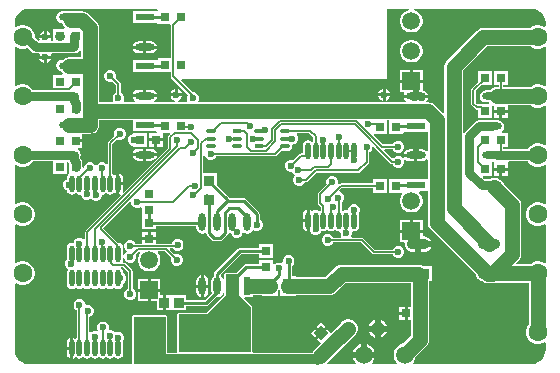
<source format=gbl>
G04*
G04 #@! TF.GenerationSoftware,Altium Limited,Altium Designer,21.5.1 (32)*
G04*
G04 Layer_Physical_Order=2*
G04 Layer_Color=16711680*
%FSLAX44Y44*%
%MOMM*%
G71*
G04*
G04 #@! TF.SameCoordinates,DE706C4F-A6C2-482A-8352-4916370A565D*
G04*
G04*
G04 #@! TF.FilePolarity,Positive*
G04*
G01*
G75*
%ADD18R,0.9000X0.9500*%
%ADD30C,1.6000*%
%ADD34C,1.2700*%
%ADD35C,0.5080*%
%ADD36C,0.1270*%
%ADD38C,0.2540*%
%ADD39C,1.2000*%
%ADD40C,1.5000*%
%ADD41R,1.5000X1.5000*%
%ADD42C,0.6000*%
%ADD43O,0.4500X1.4000*%
%ADD44R,0.7500X0.8000*%
%ADD45R,0.7200X0.7200*%
%ADD46P,1.2021X4X270.0*%
%ADD47O,0.8000X0.4000*%
%ADD48R,0.8000X0.4000*%
%ADD49R,0.8000X0.7500*%
%ADD50R,0.9500X1.2500*%
%ADD51R,0.8500X0.8500*%
%ADD52O,0.6000X1.5000*%
%ADD53R,0.6000X1.5000*%
%ADD54R,1.9000X0.9000*%
%ADD55O,1.9000X0.9000*%
%ADD56O,1.6500X0.6000*%
%ADD57R,1.6500X0.6000*%
%ADD58C,0.8128*%
%ADD59C,0.7620*%
G36*
X442790Y302495D02*
X445155Y301515D01*
X447283Y300093D01*
X449093Y298283D01*
X450515Y296155D01*
X451495Y293790D01*
X451990Y291303D01*
X451962Y290046D01*
X451965Y290023D01*
X451961Y290000D01*
X451961Y287859D01*
X450691Y287261D01*
X448860Y288319D01*
X446316Y289000D01*
X443684D01*
X441140Y288319D01*
X438860Y287002D01*
X438544Y286686D01*
X399000D01*
X397011Y286424D01*
X395157Y285656D01*
X393565Y284435D01*
X368265Y259135D01*
X367044Y257543D01*
X366276Y255689D01*
X366014Y253700D01*
Y214942D01*
X364744Y214415D01*
X357725Y221435D01*
X356133Y222656D01*
X354280Y223424D01*
X352290Y223686D01*
X350781D01*
X350396Y224956D01*
X350605Y225095D01*
X351710Y226749D01*
X351845Y227430D01*
X341750D01*
X331655D01*
X331790Y226749D01*
X332895Y225095D01*
X333104Y224956D01*
X332719Y223686D01*
X236896D01*
X235985Y223806D01*
X158463D01*
X157615Y225076D01*
X158000Y226005D01*
Y227995D01*
X157239Y229832D01*
X155832Y231239D01*
X153995Y232000D01*
X152747D01*
X142920Y241827D01*
X143406Y243000D01*
X317000D01*
Y302985D01*
X335896Y302986D01*
X336063Y301716D01*
X334333Y301253D01*
X332167Y300002D01*
X330398Y298233D01*
X329147Y296067D01*
X328500Y293651D01*
Y291149D01*
X329147Y288733D01*
X330398Y286567D01*
X332167Y284798D01*
X334333Y283547D01*
X336749Y282900D01*
X339251D01*
X341667Y283547D01*
X343833Y284798D01*
X345602Y286567D01*
X346853Y288733D01*
X347500Y291149D01*
Y293651D01*
X346853Y296067D01*
X345602Y298233D01*
X343833Y300002D01*
X341667Y301253D01*
X339936Y301716D01*
X340103Y302987D01*
X439000Y302994D01*
X440280D01*
X442790Y302495D01*
D02*
G37*
G36*
X438860Y270998D02*
X441140Y269681D01*
X443684Y269000D01*
X446316D01*
X448860Y269681D01*
X450693Y270740D01*
X451963Y270144D01*
X451967Y237851D01*
X450697Y237258D01*
X448860Y238319D01*
X446316Y239000D01*
X443684D01*
X441140Y238319D01*
X438860Y237002D01*
X438394Y236536D01*
X415692D01*
Y238000D01*
X419500D01*
Y250000D01*
X408000D01*
Y238000D01*
X411808D01*
Y236536D01*
X410370D01*
X408381Y236274D01*
X406527Y235506D01*
X404935Y234285D01*
X404562Y233798D01*
X401000D01*
X399049Y233410D01*
X397395Y232305D01*
X396290Y230651D01*
X395902Y228700D01*
X396290Y226749D01*
X397395Y225095D01*
X399049Y223990D01*
X401000Y223602D01*
X403896D01*
X404136Y223270D01*
X403487Y222000D01*
X394500D01*
Y222000D01*
X393381Y222365D01*
X392442Y223305D01*
Y233195D01*
X397247Y238000D01*
X406000D01*
Y250000D01*
X394500D01*
Y240747D01*
X389127Y235373D01*
X388705Y234743D01*
X388558Y234000D01*
Y222500D01*
X388705Y221757D01*
X389127Y221127D01*
X392262Y217992D01*
X392892Y217571D01*
X393635Y217423D01*
X394500D01*
Y210000D01*
X406000D01*
Y220581D01*
X407168Y221309D01*
X408000Y220877D01*
Y217270D01*
X413750D01*
X419500D01*
Y221164D01*
X438694D01*
X438860Y220998D01*
X441140Y219681D01*
X443684Y219000D01*
X446316D01*
X448860Y219681D01*
X450699Y220744D01*
X451969Y220151D01*
X451973Y187843D01*
X450703Y187254D01*
X448860Y188319D01*
X446316Y189000D01*
X443684D01*
X441140Y188319D01*
X438860Y187002D01*
X436998Y185140D01*
X436357Y184030D01*
X415692D01*
Y186000D01*
X419500D01*
Y198000D01*
X414854D01*
X414468Y199270D01*
X415105Y199695D01*
X416210Y201349D01*
X416598Y203300D01*
X416210Y205251D01*
X415105Y206905D01*
X413451Y208010D01*
X411500Y208398D01*
X406660D01*
X406250Y208479D01*
X395440D01*
X395439Y208479D01*
X393457Y208085D01*
X391777Y206963D01*
X383338Y198523D01*
X382656Y197503D01*
X381386Y197888D01*
Y250516D01*
X402184Y271314D01*
X438544D01*
X438860Y270998D01*
D02*
G37*
G36*
X5140Y269681D02*
X7683Y269000D01*
X10316D01*
X12860Y269681D01*
X13114Y269828D01*
X16305Y266638D01*
X16305Y266637D01*
X17986Y265515D01*
X19968Y265121D01*
X22506D01*
X23354Y263850D01*
X23114Y263270D01*
X32886D01*
X32645Y263850D01*
X33494Y265121D01*
X51380D01*
X51790Y265202D01*
X53000D01*
X54951Y265590D01*
X56605Y266695D01*
X57044Y267353D01*
X58314Y266968D01*
Y261686D01*
X47750D01*
X45761Y261424D01*
X43907Y260656D01*
X42789Y259798D01*
X42500D01*
X40549Y259410D01*
X38895Y258305D01*
X37790Y256651D01*
X37402Y254700D01*
X37790Y252749D01*
X38895Y251095D01*
X40549Y249990D01*
X41343Y249832D01*
X42315Y248565D01*
X42700Y248270D01*
X42269Y247000D01*
X34500D01*
Y235000D01*
X33508Y234329D01*
X17470D01*
X17002Y235140D01*
X15140Y237002D01*
X12860Y238319D01*
X10316Y239000D01*
X7683D01*
X5140Y238319D01*
X3282Y237246D01*
X2012Y237824D01*
X2008Y270181D01*
X3278Y270757D01*
X5140Y269681D01*
D02*
G37*
G36*
X14954Y302961D02*
X14977Y302966D01*
X15000Y302961D01*
X122774Y302969D01*
X123500Y301699D01*
Y301352D01*
X122500Y300700D01*
X102000D01*
Y290700D01*
X122500D01*
X123500Y290048D01*
Y290000D01*
X132966D01*
X134058Y289000D01*
Y261000D01*
X123500D01*
Y260352D01*
X122500Y259700D01*
X102000D01*
Y249700D01*
X122500D01*
X123500Y249048D01*
Y249000D01*
X134058D01*
Y246000D01*
X134206Y245257D01*
X134627Y244627D01*
X149091Y230162D01*
X148761Y229832D01*
X148000Y227995D01*
Y226005D01*
X148385Y225076D01*
X147536Y223806D01*
X140177D01*
X139995Y225000D01*
X141832Y225761D01*
X143239Y227168D01*
X143886Y228730D01*
X134114D01*
X134761Y227168D01*
X136168Y225761D01*
X138005Y225000D01*
X137823Y223806D01*
X120563D01*
X120178Y225076D01*
X121105Y225695D01*
X122210Y227349D01*
X122345Y228030D01*
X112250D01*
X102155D01*
X102290Y227349D01*
X103395Y225695D01*
X104322Y225076D01*
X103937Y223806D01*
X95463D01*
X94615Y225076D01*
X95000Y226005D01*
Y227995D01*
X94239Y229832D01*
X92832Y231239D01*
X91942Y231607D01*
Y239000D01*
X91795Y239743D01*
X91373Y240373D01*
X87631Y244116D01*
X88000Y245005D01*
Y246995D01*
X87239Y248832D01*
X85832Y250239D01*
X83995Y251000D01*
X82005D01*
X80168Y250239D01*
X78761Y248832D01*
X78000Y246995D01*
Y245005D01*
X78761Y243168D01*
X80168Y241761D01*
X82005Y241000D01*
X83995D01*
X84885Y241369D01*
X88058Y238195D01*
Y231607D01*
X87168Y231239D01*
X85761Y229832D01*
X85000Y227995D01*
Y226005D01*
X85385Y225076D01*
X84537Y223806D01*
X73686D01*
Y254000D01*
Y286276D01*
X73424Y288266D01*
X72656Y290119D01*
X71435Y291711D01*
X64711Y298435D01*
X63119Y299656D01*
X61266Y300424D01*
X59276Y300686D01*
X53564D01*
X53000Y300798D01*
X42500D01*
X40549Y300410D01*
X38895Y299305D01*
X37790Y297651D01*
X37402Y295700D01*
X37790Y293749D01*
X38895Y292095D01*
X40549Y290990D01*
X42386Y290625D01*
X42994Y289157D01*
X44215Y287565D01*
X44600Y287270D01*
X44169Y286000D01*
X34500D01*
Y275480D01*
X33210D01*
X32480Y276749D01*
X32886Y277730D01*
X23114D01*
X23313Y277250D01*
X22588Y276023D01*
X21665Y275928D01*
X19000Y278593D01*
Y280317D01*
X18319Y282860D01*
X17002Y285140D01*
X15140Y287002D01*
X12860Y288319D01*
X10316Y289000D01*
X7683D01*
X5140Y288319D01*
X3276Y287242D01*
X2006Y287817D01*
X2006Y290000D01*
Y291280D01*
X2505Y293790D01*
X3485Y296155D01*
X4907Y298283D01*
X6717Y300093D01*
X8845Y301515D01*
X11210Y302495D01*
X13697Y302990D01*
X14954Y302961D01*
D02*
G37*
G36*
X102000Y199700D02*
X121998D01*
X122968Y198624D01*
X122782Y198000D01*
X122230Y198000D01*
X116000D01*
Y193270D01*
X121750D01*
X127500D01*
X127500Y198000D01*
X128770Y198000D01*
X133457D01*
X133983Y196730D01*
X132627Y195373D01*
X132206Y194743D01*
X132058Y194000D01*
Y184805D01*
X94398Y147145D01*
X93412Y147955D01*
X93503Y148092D01*
X93833Y149750D01*
Y153230D01*
X90770D01*
Y145669D01*
X91158Y145747D01*
X91295Y145838D01*
X92105Y144852D01*
X62127Y114874D01*
X61706Y114243D01*
X61558Y113500D01*
Y108309D01*
X60288Y107783D01*
X59832Y108239D01*
X57994Y109000D01*
X56005D01*
X54168Y108239D01*
X52761Y106832D01*
X52000Y104995D01*
X51304Y104423D01*
X50500Y104583D01*
X48842Y104253D01*
X47436Y103314D01*
X46497Y101908D01*
X46167Y100250D01*
Y90750D01*
X46252Y90323D01*
X45761Y89832D01*
X45000Y87995D01*
Y86005D01*
X45761Y84168D01*
X46662Y83267D01*
X47148Y82669D01*
X46892Y81501D01*
X46497Y80908D01*
X46167Y79250D01*
Y69750D01*
X46497Y68092D01*
X47436Y66686D01*
X48842Y65747D01*
X50500Y65417D01*
X52158Y65747D01*
X53564Y66686D01*
X53936D01*
X55342Y65747D01*
X57000Y65417D01*
X58658Y65747D01*
X60064Y66686D01*
X60436D01*
X61842Y65747D01*
X63500Y65417D01*
X65158Y65747D01*
X66564Y66686D01*
X66936D01*
X68342Y65747D01*
X70000Y65417D01*
X71658Y65747D01*
X73064Y66686D01*
X73436D01*
X74842Y65747D01*
X76500Y65417D01*
X78158Y65747D01*
X79564Y66686D01*
X79936D01*
X81342Y65747D01*
X83000Y65417D01*
X84658Y65747D01*
X86064Y66686D01*
X86436D01*
X87842Y65747D01*
X89500Y65417D01*
X91158Y65747D01*
X92564Y66686D01*
X93503Y68092D01*
X93833Y69750D01*
Y70054D01*
X94332Y70261D01*
X95739Y71668D01*
X96500Y73506D01*
Y75495D01*
X95739Y77332D01*
X94332Y78739D01*
X93833Y78945D01*
Y79250D01*
X93503Y80908D01*
X92564Y82314D01*
X91855Y82788D01*
X92241Y84058D01*
X94195D01*
X98058Y80196D01*
Y65607D01*
X97168Y65239D01*
X95761Y63832D01*
X95000Y61995D01*
Y60005D01*
X95761Y58168D01*
X97168Y56761D01*
X99005Y56000D01*
X100995D01*
X102832Y56761D01*
X104239Y58168D01*
X105000Y60005D01*
Y61995D01*
X104239Y63832D01*
X102832Y65239D01*
X101942Y65607D01*
Y81000D01*
X101795Y81743D01*
X101373Y82373D01*
X101373Y82374D01*
X96373Y87373D01*
X95743Y87795D01*
X95000Y87942D01*
X94082D01*
X93583Y88876D01*
X93527Y89212D01*
X93833Y90750D01*
Y91504D01*
X95103Y91756D01*
X95761Y90168D01*
X97168Y88761D01*
X99005Y88000D01*
X100995D01*
X102832Y88761D01*
X104239Y90168D01*
X105000Y92005D01*
Y93995D01*
X104631Y94885D01*
X107195Y97448D01*
X108321Y97338D01*
X108773Y96208D01*
X108398Y95833D01*
X107147Y93667D01*
X106500Y91251D01*
Y88749D01*
X107147Y86333D01*
X108398Y84167D01*
X110167Y82398D01*
X112333Y81147D01*
X114749Y80500D01*
X117251D01*
X119667Y81147D01*
X121833Y82398D01*
X123602Y84167D01*
X124853Y86333D01*
X125500Y88749D01*
Y91251D01*
X124853Y93667D01*
X123602Y95833D01*
X123146Y96289D01*
X123632Y97463D01*
X129390D01*
X134669Y92184D01*
X134300Y91295D01*
Y89305D01*
X135061Y87468D01*
X136468Y86061D01*
X138305Y85300D01*
X140295D01*
X142132Y86061D01*
X143539Y87468D01*
X144300Y89305D01*
Y91295D01*
X143539Y93132D01*
X142132Y94539D01*
X140295Y95300D01*
X138305D01*
X137416Y94931D01*
X133462Y98884D01*
X133948Y100058D01*
X135871D01*
X137168Y98761D01*
X139005Y98000D01*
X140995D01*
X142832Y98761D01*
X144239Y100168D01*
X145000Y102005D01*
Y103995D01*
X144239Y105832D01*
X142832Y107239D01*
X140995Y108000D01*
X139005D01*
X137168Y107239D01*
X135761Y105832D01*
X135000Y103995D01*
Y103942D01*
X122000D01*
Y106980D01*
X110000D01*
Y103942D01*
X104607D01*
X104239Y104832D01*
X102832Y106239D01*
X100995Y107000D01*
X99005D01*
X97168Y106239D01*
X95761Y104832D01*
X95000Y102995D01*
Y101005D01*
X95761Y99168D01*
X96599Y98330D01*
X97032Y97500D01*
X96599Y96670D01*
X95761Y95832D01*
X95103Y94244D01*
X93833Y94496D01*
Y100250D01*
X93503Y101908D01*
X92564Y103314D01*
X91158Y104253D01*
X89500Y104583D01*
X89220Y104527D01*
X76942Y116805D01*
Y117011D01*
X99730Y139799D01*
X101000Y139273D01*
Y138005D01*
X101761Y136168D01*
X103168Y134761D01*
X105005Y134000D01*
X106995D01*
X108730Y134719D01*
X110000Y134270D01*
Y126500D01*
Y116000D01*
X122000D01*
Y119160D01*
X155852D01*
Y117500D01*
X156240Y115549D01*
X157345Y113895D01*
X158999Y112790D01*
X160950Y112402D01*
X162901Y112790D01*
X163214Y112999D01*
X164538Y112357D01*
X164607Y112009D01*
X165169Y111169D01*
X169169Y107169D01*
X170009Y106607D01*
X171000Y106410D01*
X176000D01*
X176991Y106607D01*
X177831Y107169D01*
X181831Y111169D01*
X182393Y112009D01*
X182497Y112534D01*
X183528Y113111D01*
X183860Y113151D01*
X184399Y112790D01*
X185151Y112640D01*
X185761Y111168D01*
X187168Y109761D01*
X189005Y109000D01*
X190995D01*
X192832Y109761D01*
X194239Y111168D01*
X194890Y112739D01*
X195819Y113224D01*
X196270Y113344D01*
X197099Y112790D01*
X199050Y112402D01*
X201001Y112790D01*
X202655Y113895D01*
X203295Y114853D01*
X203944Y115528D01*
X205026Y115406D01*
X206005Y115000D01*
X207995D01*
X209832Y115761D01*
X211239Y117168D01*
X212000Y119005D01*
Y120995D01*
X211239Y122832D01*
X209832Y124239D01*
X209590Y124339D01*
Y129000D01*
X209393Y129991D01*
X208831Y130831D01*
X197831Y141831D01*
X196991Y142393D01*
X196000Y142590D01*
X184327D01*
X183831Y143331D01*
X173500Y153663D01*
Y163500D01*
X161942D01*
Y178240D01*
X163212Y178493D01*
X163761Y177168D01*
X165168Y175761D01*
X167005Y175000D01*
X168995D01*
X170832Y175761D01*
X172239Y177168D01*
X172607Y178058D01*
X222500D01*
X223243Y178206D01*
X223873Y178627D01*
X227889Y182643D01*
X229000Y182422D01*
X233000D01*
X234561Y182732D01*
X235884Y183616D01*
X236768Y184939D01*
X237078Y186500D01*
X236975Y187018D01*
X237781Y188000D01*
X237995D01*
X239832Y188761D01*
X241239Y190168D01*
X242000Y192005D01*
Y193995D01*
X241239Y195832D01*
X240783Y196288D01*
X241310Y197558D01*
X251695D01*
X255058Y194195D01*
Y191064D01*
X254735Y190848D01*
X253564Y190314D01*
X252158Y191253D01*
X250500Y191583D01*
X248842Y191253D01*
X247436Y190314D01*
X246497Y188908D01*
X246167Y187250D01*
Y180327D01*
X244385D01*
X244385Y180327D01*
X243642Y180180D01*
X243012Y179758D01*
X237885Y174631D01*
X236995Y175000D01*
X235005D01*
X233168Y174239D01*
X231761Y172832D01*
X231000Y170995D01*
Y169005D01*
X231761Y167168D01*
X233168Y165761D01*
X235005Y165000D01*
X236994D01*
X237517Y163842D01*
X237810Y163135D01*
X239217Y161728D01*
X238794Y160865D01*
X238761Y160832D01*
X238000Y158995D01*
Y157005D01*
X238761Y155168D01*
X240168Y153761D01*
X242005Y153000D01*
X243995D01*
X245832Y153761D01*
X247239Y155168D01*
X247607Y156058D01*
X249000D01*
X249743Y156206D01*
X250373Y156627D01*
X257805Y164058D01*
X293000D01*
X293743Y164205D01*
X294373Y164627D01*
X301373Y171626D01*
X301373Y171627D01*
X301794Y172257D01*
X301942Y173000D01*
X301942Y173000D01*
Y181393D01*
X302832Y181761D01*
X304239Y183168D01*
X305000Y185005D01*
Y185457D01*
X306270Y185983D01*
X320626Y171627D01*
X320627Y171627D01*
X321257Y171206D01*
X322000Y171058D01*
X322000Y171058D01*
X322393D01*
X322761Y170168D01*
X324168Y168761D01*
X326005Y168000D01*
X327995D01*
X329832Y168761D01*
X331239Y170168D01*
X332000Y172005D01*
Y173995D01*
X331832Y174401D01*
X332895Y175095D01*
X334549Y173990D01*
X336500Y173602D01*
X340480D01*
Y177430D01*
X331655D01*
X331709Y177159D01*
X330538Y176533D01*
X329832Y177239D01*
X327995Y178000D01*
X326005D01*
X324168Y177239D01*
X323236Y176307D01*
X321615Y176132D01*
X314862Y182884D01*
X315348Y184058D01*
X322393D01*
X322761Y183168D01*
X324168Y181761D01*
X326005Y181000D01*
X327995D01*
X329832Y181761D01*
X331239Y183168D01*
X332000Y185005D01*
Y186995D01*
X331239Y188832D01*
X329832Y190239D01*
X327995Y191000D01*
X326005D01*
X324168Y190239D01*
X322761Y188832D01*
X322393Y187942D01*
X313805D01*
X306017Y195730D01*
X306543Y197000D01*
X317000D01*
Y208314D01*
X319000D01*
Y197000D01*
X330500D01*
Y197648D01*
X331500Y198300D01*
X352000D01*
X352044Y197048D01*
Y182437D01*
X350774Y182051D01*
X350605Y182305D01*
X348951Y183410D01*
X347000Y183798D01*
X343020D01*
Y178700D01*
Y173602D01*
X347000D01*
X348951Y173990D01*
X350605Y175095D01*
X350774Y175349D01*
X352044Y174963D01*
Y159552D01*
X352000Y158300D01*
X350774Y158300D01*
X331500D01*
X330500Y158952D01*
Y159000D01*
X319000D01*
Y147000D01*
X329769D01*
X330220Y146163D01*
X330339Y145730D01*
X329147Y143667D01*
X328500Y141251D01*
Y138749D01*
X329147Y136333D01*
X330398Y134167D01*
X332167Y132398D01*
X334333Y131147D01*
X336749Y130500D01*
X339251D01*
X341667Y131147D01*
X343833Y132398D01*
X345602Y134167D01*
X346853Y136333D01*
X347500Y138749D01*
Y141251D01*
X346853Y143667D01*
X345602Y145833D01*
X344405Y147030D01*
X344931Y148300D01*
X352000Y148300D01*
X352044Y147048D01*
Y121470D01*
X352306Y119481D01*
X353074Y117627D01*
X354295Y116035D01*
X392537Y77794D01*
X392667Y76803D01*
X393322Y75222D01*
X394364Y73864D01*
X395722Y72822D01*
X397303Y72167D01*
X398670Y71987D01*
X398857Y71844D01*
X400711Y71076D01*
X402700Y70814D01*
X404000D01*
X405250Y70979D01*
X406500Y70814D01*
X408399Y71064D01*
X437314D01*
Y35456D01*
X436998Y35140D01*
X435681Y32860D01*
X435000Y30317D01*
Y27683D01*
X435681Y25140D01*
X436998Y22860D01*
X438860Y20998D01*
X441140Y19682D01*
X443684Y19000D01*
X446316D01*
X448860Y19682D01*
X450723Y20758D01*
X451994Y20183D01*
X451994Y15000D01*
Y13720D01*
X451495Y11210D01*
X450515Y8845D01*
X449093Y6717D01*
X447283Y4907D01*
X445155Y3485D01*
X442790Y2505D01*
X440303Y2010D01*
X439046Y2039D01*
X439023Y2034D01*
X439000Y2039D01*
X339762Y2031D01*
X339236Y3301D01*
X340102Y4167D01*
X341353Y6333D01*
X341956Y8587D01*
X350735Y17365D01*
X351956Y18957D01*
X352724Y20811D01*
X352986Y22800D01*
Y72000D01*
X355500D01*
Y85000D01*
X348046D01*
X347843Y85156D01*
X345989Y85924D01*
X344000Y86186D01*
X278975D01*
X276986Y85924D01*
X275132Y85156D01*
X273540Y83935D01*
X265291Y75686D01*
X240500D01*
Y76250D01*
X236590D01*
Y84661D01*
X236832Y84761D01*
X238239Y86168D01*
X239000Y88005D01*
Y89995D01*
X238239Y91832D01*
X236832Y93239D01*
X234995Y94000D01*
X233005D01*
X231168Y93239D01*
X229761Y91832D01*
X229000Y89995D01*
Y88544D01*
X227965Y87697D01*
X227827Y87655D01*
X226995Y88000D01*
X225005D01*
X223168Y87239D01*
X222270Y86341D01*
X221000Y86867D01*
Y90000D01*
X209000D01*
Y86840D01*
X198100D01*
X197109Y86643D01*
X196269Y86081D01*
X189482Y79295D01*
X181000D01*
X180504Y79196D01*
X180084Y78916D01*
X179804Y78495D01*
X179705Y78000D01*
Y74198D01*
X178435Y74073D01*
X178360Y74451D01*
X177255Y76105D01*
X176679Y76489D01*
X176575Y77913D01*
X193823Y95160D01*
X209000D01*
Y92000D01*
X221000D01*
Y103500D01*
X209000D01*
Y100340D01*
X192750D01*
X191759Y100143D01*
X190919Y99581D01*
X171819Y80481D01*
X171257Y79641D01*
X171060Y78650D01*
Y76783D01*
X170045Y76105D01*
X168940Y74451D01*
X168552Y72500D01*
Y63500D01*
X168790Y62303D01*
X163077Y56590D01*
X147500D01*
Y60250D01*
X130020D01*
Y54000D01*
Y47750D01*
X147500D01*
Y51410D01*
X164150D01*
X165141Y51607D01*
X165981Y52169D01*
X172453Y58640D01*
X173650Y58402D01*
X175601Y58790D01*
X177255Y59895D01*
X178360Y61549D01*
X178435Y61927D01*
X179705Y61802D01*
Y60536D01*
X164464Y45295D01*
X141000D01*
X140505Y45196D01*
X140084Y44916D01*
X139804Y44496D01*
X139705Y44000D01*
Y12000D01*
X138521Y11444D01*
X131295D01*
Y42000D01*
X131196Y42495D01*
X130916Y42916D01*
X130496Y43196D01*
X130000Y43295D01*
X103000D01*
X102505Y43196D01*
X102084Y42916D01*
X101804Y42495D01*
X101705Y42000D01*
Y2013D01*
X15000Y2006D01*
X13720D01*
X11210Y2505D01*
X8845Y3485D01*
X6717Y4907D01*
X4907Y6717D01*
X3485Y8845D01*
X2505Y11210D01*
X2010Y13698D01*
X2039Y14954D01*
X2034Y14977D01*
X2039Y15000D01*
X2032Y70149D01*
X3302Y70743D01*
X5140Y69682D01*
X7683Y69000D01*
X10316D01*
X12860Y69682D01*
X15140Y70998D01*
X17002Y72860D01*
X18319Y75140D01*
X19000Y77684D01*
Y80316D01*
X18319Y82860D01*
X17002Y85140D01*
X15140Y87002D01*
X12860Y88319D01*
X10316Y89000D01*
X7683D01*
X5140Y88319D01*
X3300Y87256D01*
X2030Y87848D01*
X2026Y120157D01*
X3296Y120746D01*
X5140Y119682D01*
X7683Y119000D01*
X10316D01*
X12860Y119682D01*
X15140Y120998D01*
X17002Y122860D01*
X18319Y125140D01*
X19000Y127683D01*
Y130316D01*
X18319Y132860D01*
X17002Y135140D01*
X15140Y137002D01*
X12860Y138319D01*
X10316Y139000D01*
X7683D01*
X5140Y138319D01*
X3294Y137253D01*
X2024Y137840D01*
X2020Y170165D01*
X3290Y170750D01*
X5140Y169681D01*
X7683Y169000D01*
X10316D01*
X12860Y169681D01*
X15140Y170998D01*
X17002Y172860D01*
X17643Y173971D01*
X34500D01*
Y163000D01*
X46000D01*
Y173430D01*
X47270Y173555D01*
X47405Y172878D01*
X48000Y171987D01*
X48000Y163444D01*
X47505Y162363D01*
X47436Y162314D01*
X46497Y160908D01*
X46167Y159250D01*
Y158653D01*
X45168Y158239D01*
X43761Y156832D01*
X43000Y154995D01*
Y153005D01*
X43761Y151168D01*
X45168Y149761D01*
X46254Y149311D01*
X46497Y148092D01*
X47436Y146686D01*
X48842Y145747D01*
X50500Y145417D01*
X52158Y145747D01*
X53564Y146686D01*
X53936D01*
X55342Y145747D01*
X57000Y145417D01*
X57401Y145497D01*
X58000Y145005D01*
X58761Y143168D01*
X60168Y141761D01*
X62005Y141000D01*
X63995D01*
X65832Y141761D01*
X65840Y141769D01*
X66761Y142168D01*
X68168Y140761D01*
X70005Y140000D01*
X71995D01*
X73832Y140761D01*
X75239Y142168D01*
X76000Y144005D01*
Y145006D01*
X76500Y145417D01*
X78158Y145747D01*
X79564Y146686D01*
X79936D01*
X81342Y145747D01*
X83000Y145417D01*
X84658Y145747D01*
X86064Y146686D01*
X86436D01*
X87842Y145747D01*
X88230Y145669D01*
Y154500D01*
Y163331D01*
X87842Y163253D01*
X86436Y162314D01*
X85265Y162848D01*
X84942Y163064D01*
Y188195D01*
X89115Y192369D01*
X90005Y192000D01*
X91995D01*
X93832Y192761D01*
X95239Y194168D01*
X96000Y196005D01*
Y197995D01*
X95239Y199832D01*
X93832Y201239D01*
X91995Y202000D01*
X90005D01*
X88168Y201239D01*
X86761Y199832D01*
X86000Y197995D01*
Y196005D01*
X86369Y195116D01*
X81627Y190373D01*
X81206Y189743D01*
X81058Y189000D01*
Y171809D01*
X79788Y171283D01*
X78832Y172239D01*
X76995Y173000D01*
X75005D01*
X73168Y172239D01*
X71761Y170832D01*
X71687Y170654D01*
X70313D01*
X70239Y170832D01*
X68832Y172239D01*
X66995Y173000D01*
X65005D01*
X63168Y172239D01*
X61761Y170832D01*
X61000Y168995D01*
Y167978D01*
X60770Y167824D01*
X59500Y168503D01*
Y175000D01*
X58543D01*
X58475Y175342D01*
X57422Y176918D01*
X57710Y177349D01*
X58098Y179300D01*
X57710Y181251D01*
X56605Y182905D01*
X55370Y183730D01*
X55755Y185000D01*
X59500D01*
Y189730D01*
X53750D01*
Y192270D01*
X59500D01*
X59500Y197000D01*
X60764Y197014D01*
X66000D01*
X67989Y197276D01*
X69843Y198044D01*
X71435Y199265D01*
X72656Y200857D01*
X73424Y202711D01*
X73686Y204700D01*
Y208434D01*
X102000D01*
Y199700D01*
D02*
G37*
G36*
X436998Y172860D02*
X438860Y170998D01*
X441140Y169681D01*
X443684Y169000D01*
X446316D01*
X448860Y169681D01*
X450705Y170747D01*
X451975Y170159D01*
X451979Y137836D01*
X450709Y137251D01*
X448860Y138319D01*
X446316Y139000D01*
X443684D01*
X441140Y138319D01*
X438860Y137002D01*
X436998Y135140D01*
X435681Y132860D01*
X435000Y130316D01*
Y127683D01*
X435681Y125140D01*
X436998Y122860D01*
X438860Y120998D01*
X441140Y119682D01*
X443684Y119000D01*
X446316D01*
X448860Y119682D01*
X450711Y120751D01*
X451982Y120167D01*
X451985Y87828D01*
X450715Y87247D01*
X448860Y88319D01*
X446316Y89000D01*
X443684D01*
X441140Y88319D01*
X438860Y87002D01*
X438294Y86436D01*
X426964D01*
X426478Y87609D01*
X428435Y89565D01*
X429656Y91157D01*
X430424Y93011D01*
X430686Y95000D01*
Y137000D01*
X430424Y138989D01*
X429656Y140843D01*
X428435Y142435D01*
X416357Y154513D01*
X416210Y155251D01*
X415105Y156905D01*
X413451Y158010D01*
X412356Y158228D01*
X411993Y158506D01*
X410139Y159274D01*
X408150Y159536D01*
X406161Y159274D01*
X404307Y158506D01*
X404272Y158479D01*
X399845D01*
X398498Y159827D01*
X398984Y161000D01*
X406000D01*
Y172927D01*
X407000Y173506D01*
X408000Y172927D01*
X408000Y172332D01*
Y168270D01*
X413750D01*
X419500D01*
Y172400D01*
X419500Y173000D01*
X420492Y173671D01*
X436530D01*
X436998Y172860D01*
D02*
G37*
G36*
X337614Y50600D02*
X334770D01*
Y45000D01*
Y39400D01*
X337614D01*
Y25984D01*
X331087Y19457D01*
X328833Y18853D01*
X326667Y17602D01*
X324898Y15833D01*
X323647Y13667D01*
X323000Y11251D01*
Y8749D01*
X323647Y6333D01*
X324898Y4167D01*
X325765Y3300D01*
X325239Y2030D01*
X304760Y2028D01*
X304233Y3298D01*
X305102Y4167D01*
X306353Y6333D01*
X306654Y7460D01*
X288346D01*
X288647Y6333D01*
X289898Y4167D01*
X290768Y3297D01*
X290242Y2027D01*
X266990Y2025D01*
X266665Y3295D01*
X276604Y13235D01*
X288361Y24991D01*
X289412Y25598D01*
X290902Y27088D01*
X291955Y28912D01*
X292500Y30947D01*
Y33053D01*
X291955Y35088D01*
X290902Y36912D01*
X289412Y38402D01*
X287588Y39455D01*
X285553Y40000D01*
X283447D01*
X281412Y39455D01*
X279588Y38402D01*
X278098Y36912D01*
X277491Y35861D01*
X270235Y28604D01*
X266898Y31941D01*
X262479Y27521D01*
X258059Y23102D01*
X261396Y19765D01*
X255565Y13935D01*
X254344Y12343D01*
X253972Y11444D01*
X204479D01*
X203295Y12000D01*
Y50000D01*
X203196Y50496D01*
X202916Y50916D01*
X196505Y57327D01*
X196991Y58500D01*
X204050D01*
Y60314D01*
X211500D01*
Y59750D01*
X225000D01*
Y64384D01*
X225029Y64453D01*
X226474Y64625D01*
X227000Y63998D01*
Y59750D01*
X240500D01*
Y60314D01*
X268475D01*
X270464Y60576D01*
X272318Y61344D01*
X273910Y62565D01*
X282159Y70814D01*
X337614D01*
Y50600D01*
D02*
G37*
G36*
X192000Y60000D02*
X202000Y50000D01*
Y12000D01*
X141000D01*
Y44000D01*
X165000D01*
X181000Y60000D01*
Y78000D01*
X192000D01*
Y60000D01*
D02*
G37*
G36*
X130000Y2000D02*
X103000D01*
Y42000D01*
X130000D01*
Y2000D01*
D02*
G37*
%LPC*%
G36*
X339251Y276500D02*
X336749D01*
X334333Y275853D01*
X332167Y274602D01*
X330398Y272833D01*
X329147Y270667D01*
X328500Y268251D01*
Y265749D01*
X329147Y263333D01*
X330398Y261167D01*
X332167Y259398D01*
X334333Y258147D01*
X336749Y257500D01*
X339251D01*
X341667Y258147D01*
X343833Y259398D01*
X345602Y261167D01*
X346853Y263333D01*
X347500Y265749D01*
Y268251D01*
X346853Y270667D01*
X345602Y272833D01*
X343833Y274602D01*
X341667Y275853D01*
X339251Y276500D01*
D02*
G37*
G36*
X347500Y251100D02*
X339270D01*
Y242870D01*
X347500D01*
Y251100D01*
D02*
G37*
G36*
X336730D02*
X328500D01*
Y242870D01*
X336730D01*
Y251100D01*
D02*
G37*
G36*
X316270Y234886D02*
Y231270D01*
X319886D01*
X319239Y232832D01*
X317832Y234239D01*
X316270Y234886D01*
D02*
G37*
G36*
X313730D02*
X312168Y234239D01*
X310761Y232832D01*
X310114Y231270D01*
X313730D01*
Y234886D01*
D02*
G37*
G36*
X347500Y240330D02*
X338000D01*
X328500D01*
Y232100D01*
X331411D01*
X332010Y230980D01*
X331790Y230651D01*
X331655Y229970D01*
X341750D01*
X351845D01*
X351710Y230651D01*
X350605Y232305D01*
X348951Y233410D01*
X347500Y233699D01*
Y240330D01*
D02*
G37*
G36*
X319886Y228730D02*
X316270D01*
Y225114D01*
X317832Y225761D01*
X319239Y227168D01*
X319886Y228730D01*
D02*
G37*
G36*
X313730D02*
X310114D01*
X310761Y227168D01*
X312168Y225761D01*
X313730Y225114D01*
Y228730D01*
D02*
G37*
G36*
X419500Y214730D02*
X415020D01*
Y210000D01*
X419500D01*
Y214730D01*
D02*
G37*
G36*
X412480D02*
X408000D01*
Y210000D01*
X412480D01*
Y214730D01*
D02*
G37*
G36*
X32886Y260730D02*
X29270D01*
Y257114D01*
X30832Y257761D01*
X32239Y259168D01*
X32886Y260730D01*
D02*
G37*
G36*
X26730D02*
X23114D01*
X23761Y259168D01*
X25168Y257761D01*
X26730Y257114D01*
Y260730D01*
D02*
G37*
G36*
X29270Y283886D02*
Y280270D01*
X32886D01*
X32239Y281832D01*
X30832Y283239D01*
X29270Y283886D01*
D02*
G37*
G36*
X26730D02*
X25168Y283239D01*
X23761Y281832D01*
X23114Y280270D01*
X26730D01*
Y283886D01*
D02*
G37*
G36*
X117500Y275398D02*
X113520D01*
Y271570D01*
X122345D01*
X122210Y272251D01*
X121105Y273905D01*
X119451Y275010D01*
X117500Y275398D01*
D02*
G37*
G36*
X110980D02*
X107000D01*
X105049Y275010D01*
X103395Y273905D01*
X102290Y272251D01*
X102155Y271570D01*
X110980D01*
Y275398D01*
D02*
G37*
G36*
X122345Y269030D02*
X113520D01*
Y265202D01*
X117500D01*
X119451Y265590D01*
X121105Y266695D01*
X122210Y268349D01*
X122345Y269030D01*
D02*
G37*
G36*
X110980D02*
X102155D01*
X102290Y268349D01*
X103395Y266695D01*
X105049Y265590D01*
X107000Y265202D01*
X110980D01*
Y269030D01*
D02*
G37*
G36*
X140270Y234886D02*
Y231270D01*
X143886D01*
X143239Y232832D01*
X141832Y234239D01*
X140270Y234886D01*
D02*
G37*
G36*
X137730D02*
X136168Y234239D01*
X134761Y232832D01*
X134114Y231270D01*
X137730D01*
Y234886D01*
D02*
G37*
G36*
X117500Y234398D02*
X113520D01*
Y230570D01*
X122345D01*
X122210Y231251D01*
X121105Y232905D01*
X119451Y234010D01*
X117500Y234398D01*
D02*
G37*
G36*
X110980D02*
X107000D01*
X105049Y234010D01*
X103395Y232905D01*
X102290Y231251D01*
X102155Y230570D01*
X110980D01*
Y234398D01*
D02*
G37*
G36*
X127500Y190730D02*
X123020D01*
Y186000D01*
X127500D01*
Y190730D01*
D02*
G37*
G36*
X120480D02*
X116000D01*
Y186000D01*
X120480D01*
Y190730D01*
D02*
G37*
G36*
X114000Y198000D02*
X102500D01*
Y197000D01*
X102005D01*
X100168Y196239D01*
X98761Y194832D01*
X98000Y192995D01*
Y191005D01*
X98761Y189168D01*
X100168Y187761D01*
X102005Y187000D01*
X102500D01*
Y186000D01*
X114000D01*
Y198000D01*
D02*
G37*
G36*
X117500Y184398D02*
X113520D01*
Y180570D01*
X122345D01*
X122210Y181251D01*
X121105Y182905D01*
X119451Y184010D01*
X117500Y184398D01*
D02*
G37*
G36*
X110980D02*
X107000D01*
X105049Y184010D01*
X103395Y182905D01*
X102290Y181251D01*
X102155Y180570D01*
X110980D01*
Y184398D01*
D02*
G37*
G36*
X340480Y183798D02*
X336500D01*
X334549Y183410D01*
X332895Y182305D01*
X331790Y180651D01*
X331655Y179970D01*
X340480D01*
Y183798D01*
D02*
G37*
G36*
X122345Y178030D02*
X113520D01*
Y173614D01*
X114939Y174202D01*
X117500D01*
X119451Y174590D01*
X121105Y175695D01*
X122210Y177349D01*
X122345Y178030D01*
D02*
G37*
G36*
X110980D02*
X102155D01*
X102290Y177349D01*
X103395Y175695D01*
X105049Y174590D01*
X107000Y174202D01*
X109560D01*
X110980Y173614D01*
Y178030D01*
D02*
G37*
G36*
X90770Y163331D02*
Y155770D01*
X93833D01*
Y159250D01*
X93503Y160908D01*
X92564Y162314D01*
X91158Y163253D01*
X90770Y163331D01*
D02*
G37*
G36*
X271995Y161000D02*
X270005D01*
X268168Y160239D01*
X266761Y158832D01*
X266000Y156995D01*
Y155005D01*
X266369Y154115D01*
X259627Y147373D01*
X259206Y146743D01*
X259058Y146000D01*
Y138121D01*
X259206Y137378D01*
X259627Y136748D01*
X261558Y134817D01*
Y132064D01*
X260436Y131314D01*
X260064D01*
X258658Y132253D01*
X257000Y132583D01*
X255342Y132253D01*
X253936Y131314D01*
X253564D01*
X252158Y132253D01*
X251770Y132331D01*
Y123500D01*
Y114669D01*
X252111Y114737D01*
X252761Y113168D01*
X254168Y111761D01*
X256005Y111000D01*
X257995D01*
X259832Y111761D01*
X261239Y113168D01*
X261889Y114737D01*
X263500Y114417D01*
X265158Y114747D01*
X266564Y115686D01*
X266936D01*
X268342Y114747D01*
X270000Y114417D01*
X271658Y114747D01*
X273064Y115686D01*
X273436D01*
X274842Y114747D01*
X276500Y114417D01*
X276827Y114482D01*
X277056Y114387D01*
X278000Y113420D01*
Y112005D01*
X278761Y110168D01*
X278813Y110116D01*
X278327Y108942D01*
X271607D01*
X271239Y109832D01*
X269832Y111239D01*
X267995Y112000D01*
X266005D01*
X264168Y111239D01*
X262761Y109832D01*
X262000Y107995D01*
Y106005D01*
X262761Y104168D01*
X264168Y102761D01*
X266005Y102000D01*
X267995D01*
X269832Y102761D01*
X271239Y104168D01*
X271607Y105058D01*
X295195D01*
X304627Y95627D01*
X305257Y95205D01*
X306000Y95058D01*
X322393D01*
X322761Y94168D01*
X324168Y92761D01*
X326005Y92000D01*
X327995D01*
X329832Y92761D01*
X331239Y94168D01*
X332000Y96005D01*
Y97995D01*
X331239Y99832D01*
X329832Y101239D01*
X327995Y102000D01*
X326005D01*
X324168Y101239D01*
X322761Y99832D01*
X322393Y98942D01*
X306805D01*
X297373Y108373D01*
X296743Y108794D01*
X296000Y108942D01*
X287673D01*
X287187Y110116D01*
X287239Y110168D01*
X288000Y112005D01*
Y113420D01*
X288944Y114387D01*
X289173Y114482D01*
X289500Y114417D01*
X291158Y114747D01*
X292564Y115686D01*
X293503Y117092D01*
X293833Y118750D01*
Y128250D01*
X293582Y129511D01*
X293739Y129668D01*
X294500Y131505D01*
Y133495D01*
X293739Y135332D01*
X292332Y136739D01*
X290495Y137500D01*
X288505D01*
X286668Y136739D01*
X285261Y135332D01*
X284500Y133495D01*
Y133286D01*
X283518Y132480D01*
X283000Y132583D01*
X281342Y132253D01*
X279936Y131314D01*
X279845D01*
X278847Y132093D01*
Y138776D01*
X280239Y140168D01*
X281000Y142005D01*
Y143995D01*
X280239Y145832D01*
X278832Y147239D01*
X277382Y147839D01*
X276920Y149173D01*
X278804Y151058D01*
X305500D01*
Y147000D01*
X317000D01*
Y159000D01*
X305500D01*
Y154942D01*
X278000D01*
X277257Y154795D01*
X277173Y154739D01*
X277114Y154752D01*
X276000Y155482D01*
Y156995D01*
X275239Y158832D01*
X273832Y160239D01*
X271995Y161000D01*
D02*
G37*
G36*
X249230Y132331D02*
X248842Y132253D01*
X247436Y131314D01*
X246497Y129908D01*
X246167Y128250D01*
Y124770D01*
X249230D01*
Y132331D01*
D02*
G37*
G36*
X347500Y124100D02*
X339270D01*
Y115870D01*
X347500D01*
Y124100D01*
D02*
G37*
G36*
X336730D02*
X328500D01*
Y115870D01*
X336730D01*
Y124100D01*
D02*
G37*
G36*
X249230Y122230D02*
X246167D01*
Y118750D01*
X246497Y117092D01*
X247436Y115686D01*
X248842Y114747D01*
X249230Y114669D01*
Y122230D01*
D02*
G37*
G36*
X122000Y114000D02*
X117270D01*
Y109520D01*
X122000D01*
Y114000D01*
D02*
G37*
G36*
X114730D02*
X110000D01*
Y109520D01*
X114730D01*
Y114000D01*
D02*
G37*
G36*
X354983Y100960D02*
X346540D01*
Y96944D01*
X349000D01*
X350697Y97167D01*
X352278Y97822D01*
X353636Y98864D01*
X354678Y100222D01*
X354983Y100960D01*
D02*
G37*
G36*
X347500Y113330D02*
X338000D01*
X328500D01*
Y105100D01*
X331692D01*
X332529Y104145D01*
X332444Y103500D01*
X332667Y101803D01*
X333322Y100222D01*
X334364Y98864D01*
X335722Y97822D01*
X337303Y97167D01*
X339000Y96944D01*
X341460D01*
Y103500D01*
X344000D01*
Y106040D01*
X354983D01*
X354678Y106778D01*
X353636Y108136D01*
X352278Y109178D01*
X350697Y109833D01*
X349000Y110056D01*
X347500D01*
Y113330D01*
D02*
G37*
G36*
X162220Y77345D02*
Y69270D01*
X166048D01*
Y72500D01*
X165660Y74451D01*
X164555Y76105D01*
X162901Y77210D01*
X162220Y77345D01*
D02*
G37*
G36*
X159680D02*
X158999Y77210D01*
X157345Y76105D01*
X156240Y74451D01*
X155852Y72500D01*
Y69270D01*
X159680D01*
Y77345D01*
D02*
G37*
G36*
X125500Y74100D02*
X117270D01*
Y65870D01*
X125500D01*
Y74100D01*
D02*
G37*
G36*
X114730D02*
X106500D01*
Y65870D01*
X114730D01*
Y74100D01*
D02*
G37*
G36*
X166048Y66730D02*
X162220D01*
Y58655D01*
X162901Y58790D01*
X164555Y59895D01*
X165660Y61549D01*
X166048Y63500D01*
Y66730D01*
D02*
G37*
G36*
X159680D02*
X155852D01*
Y63500D01*
X156240Y61549D01*
X157345Y59895D01*
X158999Y58790D01*
X159680Y58655D01*
Y66730D01*
D02*
G37*
G36*
X114730Y63330D02*
X106500D01*
Y55100D01*
X114730D01*
Y63330D01*
D02*
G37*
G36*
X125500D02*
X117270D01*
Y55100D01*
X122500D01*
Y47750D01*
X127480D01*
Y54000D01*
Y60250D01*
X125500D01*
Y63330D01*
D02*
G37*
G36*
X57994Y57000D02*
X56005D01*
X54168Y56239D01*
X52761Y54832D01*
X52000Y52995D01*
Y51005D01*
X52761Y49168D01*
X54168Y47761D01*
X55058Y47393D01*
Y24064D01*
X54735Y23848D01*
X53564Y23314D01*
X52158Y24253D01*
X51770Y24331D01*
Y15500D01*
Y6669D01*
X52158Y6747D01*
X53564Y7686D01*
X53936D01*
X55342Y6747D01*
X57000Y6417D01*
X58658Y6747D01*
X60064Y7686D01*
X60436D01*
X61842Y6747D01*
X63500Y6417D01*
X65158Y6747D01*
X66564Y7686D01*
X66936D01*
X68342Y6747D01*
X70000Y6417D01*
X71658Y6747D01*
X73064Y7686D01*
X73436D01*
X74842Y6747D01*
X76500Y6417D01*
X78158Y6747D01*
X79564Y7686D01*
X79936D01*
X81342Y6747D01*
X83000Y6417D01*
X84658Y6747D01*
X86064Y7686D01*
X86436D01*
X87842Y6747D01*
X89500Y6417D01*
X91158Y6747D01*
X92564Y7686D01*
X93503Y9092D01*
X93833Y10750D01*
Y20250D01*
X93748Y20677D01*
X94239Y21168D01*
X95000Y23005D01*
Y24995D01*
X94239Y26832D01*
X92832Y28239D01*
X90995Y29000D01*
X89005D01*
X87438Y28351D01*
X87239Y28832D01*
X85832Y30239D01*
X83995Y31000D01*
X82958D01*
X82001Y32005D01*
X82000Y32173D01*
Y33995D01*
X81239Y35832D01*
X79832Y37239D01*
X77995Y38000D01*
X76005D01*
X74168Y37239D01*
X72761Y35832D01*
X72000Y33995D01*
Y32005D01*
X72524Y30741D01*
X71552Y29769D01*
X70995Y30000D01*
X69005D01*
X67168Y29239D01*
X66712Y28783D01*
X65442Y29309D01*
Y42186D01*
X66832Y42761D01*
X68239Y44168D01*
X69000Y46005D01*
Y47995D01*
X68239Y49832D01*
X66832Y51239D01*
X64995Y52000D01*
X63005D01*
X62000Y52672D01*
Y52995D01*
X61239Y54832D01*
X59832Y56239D01*
X57994Y57000D01*
D02*
G37*
G36*
X49230Y24331D02*
X48842Y24253D01*
X47436Y23314D01*
X46497Y21908D01*
X46167Y20250D01*
Y16770D01*
X49230D01*
Y24331D01*
D02*
G37*
G36*
Y14230D02*
X46167D01*
Y10750D01*
X46497Y9092D01*
X47436Y7686D01*
X48842Y6747D01*
X49230Y6669D01*
Y14230D01*
D02*
G37*
G36*
X419500Y165730D02*
X415020D01*
Y161000D01*
X419500D01*
Y165730D01*
D02*
G37*
G36*
X412480D02*
X408000D01*
Y161000D01*
X412480D01*
Y165730D01*
D02*
G37*
G36*
X332230Y50600D02*
X327900D01*
Y46270D01*
X332230D01*
Y50600D01*
D02*
G37*
G36*
Y43730D02*
X327900D01*
Y39400D01*
X332230D01*
Y43730D01*
D02*
G37*
G36*
X312040Y39602D02*
Y34540D01*
X317102D01*
X316955Y35088D01*
X315902Y36912D01*
X314412Y38402D01*
X312588Y39455D01*
X312040Y39602D01*
D02*
G37*
G36*
X306960Y39602D02*
X306412Y39455D01*
X304588Y38402D01*
X303098Y36912D01*
X302045Y35088D01*
X301898Y34540D01*
X306960D01*
Y39602D01*
D02*
G37*
G36*
X261581Y37258D02*
X258059Y33737D01*
X261581Y30215D01*
X265102Y33737D01*
X261581Y37258D01*
D02*
G37*
G36*
X256263Y31941D02*
X252742Y28419D01*
X256263Y24898D01*
X259785Y28419D01*
X256263Y31941D01*
D02*
G37*
G36*
X317102Y29460D02*
X312040D01*
Y24398D01*
X312588Y24545D01*
X314412Y25598D01*
X315902Y27088D01*
X316955Y28912D01*
X317102Y29460D01*
D02*
G37*
G36*
X306960D02*
X301898D01*
X302045Y28912D01*
X303098Y27088D01*
X304588Y25598D01*
X306412Y24545D01*
X306960Y24398D01*
Y29460D01*
D02*
G37*
G36*
X300040Y19154D02*
Y12540D01*
X306654D01*
X306353Y13667D01*
X305102Y15833D01*
X303333Y17602D01*
X301167Y18853D01*
X300040Y19154D01*
D02*
G37*
G36*
X294960D02*
X293833Y18853D01*
X291667Y17602D01*
X289898Y15833D01*
X288647Y13667D01*
X288346Y12540D01*
X294960D01*
Y19154D01*
D02*
G37*
%LPD*%
D18*
X167000Y141250D02*
D03*
Y156750D02*
D03*
D30*
X9000Y79000D02*
D03*
Y129000D02*
D03*
Y179000D02*
D03*
Y279000D02*
D03*
Y229000D02*
D03*
X445000D02*
D03*
Y279000D02*
D03*
Y179000D02*
D03*
Y129000D02*
D03*
Y79000D02*
D03*
Y29000D02*
D03*
D34*
X261000Y8500D02*
X271169Y18670D01*
X284500Y32000D01*
X66000Y216120D02*
Y254000D01*
X445000Y28000D02*
Y29000D01*
X406500Y78500D02*
X423000Y95000D01*
X410370Y228850D02*
X444850D01*
X66000Y254000D02*
Y286276D01*
X59276Y293000D02*
X66000Y286276D01*
X49650Y293000D02*
X59276D01*
X332500Y10000D02*
X345300Y22800D01*
Y76650D01*
X278975Y78500D02*
X344000D01*
X268475Y68000D02*
X278975Y78500D01*
X359730Y121470D02*
Y208561D01*
Y121470D02*
X402700Y78500D01*
X236105Y216000D02*
X352290D01*
X359730Y208561D01*
X402700Y78500D02*
X404000D01*
X373700Y133800D02*
X404000Y103500D01*
X373700Y253700D02*
X399000Y279000D01*
X373700Y133800D02*
Y253700D01*
X423000Y95000D02*
Y137000D01*
X408150Y151850D02*
X423000Y137000D01*
X405550Y78750D02*
X444750D01*
X47750Y254000D02*
X66000D01*
Y204700D02*
Y216120D01*
X235985Y216120D01*
X236105Y216000D01*
X47750Y204700D02*
X66000D01*
X233750Y68000D02*
X268475D01*
X445000Y29000D02*
Y79000D01*
X202400Y68000D02*
X218250D01*
X399000Y279000D02*
X445000D01*
X444850Y228850D02*
X445000Y229000D01*
X444750Y78750D02*
X445000Y79000D01*
D35*
X341750Y229250D02*
X342000Y229000D01*
X341750Y229250D02*
Y237850D01*
X338000Y241600D02*
X341750Y237850D01*
D36*
X289500Y182500D02*
X290000Y182000D01*
X289500Y182500D02*
X289500Y182500D01*
Y174500D02*
Y182500D01*
X283000Y182500D02*
X289500D01*
X116000Y145750D02*
Y146000D01*
X75000Y116000D02*
Y117816D01*
X139900Y186308D02*
Y191900D01*
X142184Y185000D02*
X146000D01*
X75000Y117816D02*
X142184Y185000D01*
X70000Y98000D02*
Y116408D01*
X139900Y186308D01*
X134000Y184000D02*
Y194000D01*
X63500Y95500D02*
Y113500D01*
X134000Y184000D01*
X88457Y102167D02*
X89500Y101124D01*
Y95500D02*
Y101124D01*
X88457Y102167D02*
Y102543D01*
X75000Y116000D02*
X88457Y102543D01*
X76250Y96250D02*
Y104750D01*
X76000Y105000D02*
X76250Y104750D01*
X76000Y96000D02*
X76250Y96250D01*
X45368Y235000D02*
X45383Y235015D01*
X48015D02*
X53750Y240750D01*
X45383Y235015D02*
X48015D01*
X32000Y235000D02*
X45368D01*
X28000Y239000D02*
Y262000D01*
Y239000D02*
X32000Y235000D01*
X53750Y240750D02*
Y241000D01*
X90000Y227000D02*
Y239000D01*
X83000Y246000D02*
X90000Y239000D01*
X83000Y156000D02*
Y189000D01*
X91000Y197000D01*
X70000Y146000D02*
X71000Y145000D01*
X70000Y146000D02*
Y154500D01*
X48000Y154000D02*
X50000D01*
X50500Y154500D01*
X50250Y95750D02*
X50500Y95500D01*
X50250Y87250D02*
Y95750D01*
X50000Y87000D02*
X50250Y87250D01*
X50000Y96000D02*
X50250Y95750D01*
X57000Y104000D02*
X57000Y104000D01*
Y95500D02*
Y104000D01*
X76000Y96000D02*
X76500Y95500D01*
X89500Y74500D02*
X91500D01*
X89750Y23750D02*
X90000Y24000D01*
X89500Y15500D02*
X89750Y15750D01*
Y23750D01*
X70000Y15500D02*
Y25000D01*
X270419Y19419D02*
Y19581D01*
X263500Y182500D02*
Y191500D01*
X270000Y133000D02*
X272000Y135000D01*
X270000Y123500D02*
Y133000D01*
X289500Y123500D02*
Y132500D01*
X57000Y17000D02*
Y52000D01*
X57000Y52000D02*
X57000Y52000D01*
X57000Y17000D02*
X57000Y17000D01*
X83293Y87707D02*
X85000Y86000D01*
X83000Y92000D02*
X83293Y91707D01*
Y87707D02*
Y91707D01*
X85000Y86000D02*
X95000D01*
X100000Y81000D01*
X276905Y128405D02*
Y142095D01*
X276250Y127750D02*
X276905Y128405D01*
X276000Y143000D02*
X276905Y142095D01*
X267000Y142000D02*
X278000Y153000D01*
X283000Y113000D02*
Y122000D01*
X278000Y153000D02*
X311250D01*
X267000Y107000D02*
X296000D01*
X306000Y97000D01*
X242049Y165967D02*
X253375D01*
X255948Y168540D02*
X267540D01*
X243000Y158000D02*
X249000D01*
X257000Y166000D01*
X293000D01*
X267540Y168540D02*
X270000Y171000D01*
X253375Y165967D02*
X255948Y168540D01*
X270000Y171000D02*
Y178000D01*
X144000Y204000D02*
X145000Y203000D01*
X151270D01*
X151000Y190000D02*
X151270D01*
X146000Y185000D02*
X151000Y190000D01*
X157000Y185000D02*
Y192000D01*
X151000Y198000D02*
X157000Y192000D01*
X153000Y181000D02*
X157000Y185000D01*
X138000Y198000D02*
X151000D01*
X228500Y186000D02*
X231000D01*
X222500Y180000D02*
X228500Y186000D01*
X168000Y180000D02*
X222500D01*
X202460Y182540D02*
X214540D01*
X199000Y186000D02*
X202460Y182540D01*
X214540D02*
X222540Y190540D01*
X134000Y194000D02*
X138000Y198000D01*
X160000Y151063D02*
Y189000D01*
X164000Y193000D01*
X153937Y145000D02*
X160000Y151063D01*
X153000Y145000D02*
X153937D01*
X63500Y46500D02*
X64000Y47000D01*
X63500Y15500D02*
Y46500D01*
X76750Y32750D02*
X77000Y33000D01*
X76750Y18750D02*
Y32750D01*
X276000Y186000D02*
X276750Y186750D01*
Y193750D01*
X277000Y194000D01*
X199000Y206000D02*
X201000Y204000D01*
X176500Y206000D02*
X199000D01*
X170000Y199500D02*
X176500Y206000D01*
X168000Y199500D02*
X170000D01*
X261000Y146000D02*
X271000Y156000D01*
X261000Y138121D02*
Y146000D01*
Y138121D02*
X263500Y135621D01*
Y123500D02*
Y135621D01*
X76000Y18000D02*
X76750Y18750D01*
X306000Y97000D02*
X327000D01*
X83000Y20000D02*
Y26000D01*
X301000Y205000D02*
X309000D01*
X311000Y203000D01*
X300000Y173000D02*
Y186000D01*
X63000Y154000D02*
X63250Y153750D01*
X293000Y166000D02*
X300000Y173000D01*
X150000Y153000D02*
X155000D01*
X136000Y139000D02*
X150000Y153000D01*
X106000Y139000D02*
X136000D01*
X136986Y102095D02*
X139095D01*
X130195Y99405D02*
X139300Y90300D01*
X100000Y102000D02*
X136891D01*
X100000Y93000D02*
X106405Y99405D01*
X136891Y102000D02*
X136986Y102095D01*
X139095D02*
X140000Y103000D01*
X106405Y99405D02*
X130195D01*
X63000Y146000D02*
X63250Y146250D01*
Y153750D01*
X63000Y154000D02*
X63500Y154500D01*
X60000Y163318D02*
X63777Y167095D01*
X57618Y160742D02*
X60000Y163124D01*
X65095Y167095D02*
X66000Y168000D01*
X60000Y163124D02*
Y163318D01*
X63777Y167095D02*
X65095D01*
X57618Y159382D02*
Y160742D01*
X76250Y159250D02*
Y167750D01*
X76000Y168000D02*
X76250Y167750D01*
X76000Y159000D02*
X76250Y159250D01*
X100000Y61000D02*
Y81000D01*
X249008Y178385D02*
X251000Y180377D01*
X244385Y178385D02*
X249008D01*
X251000Y180377D02*
Y181000D01*
X236000Y170000D02*
X244385Y178385D01*
X413750Y167000D02*
X414000D01*
X153000Y227000D02*
Y229000D01*
X136000Y246000D02*
X153000Y229000D01*
X136000Y246000D02*
Y289000D01*
X142750Y295750D02*
Y296000D01*
X136000Y289000D02*
X142750Y295750D01*
Y255000D02*
X143000D01*
X257000Y185000D02*
Y195000D01*
X252500Y199500D02*
X257000Y195000D01*
X231000Y199500D02*
X252500D01*
X226540Y207540D02*
X291460D01*
X222540Y199948D02*
X227592Y205000D01*
X290000D02*
X322000Y173000D01*
X227592Y205000D02*
X290000D01*
X291460Y207540D02*
X313000Y186000D01*
X220000Y201000D02*
X226540Y207540D01*
X190000Y199500D02*
X196500D01*
X199000Y197000D01*
Y186000D02*
Y197000D01*
X222540Y190540D02*
Y199948D01*
X214500Y186500D02*
X220000Y192000D01*
Y201000D01*
X322000Y173000D02*
X327000D01*
X400250Y191750D02*
Y192000D01*
X209000Y186500D02*
X214500D01*
X313000Y186000D02*
X327000D01*
X400250Y216000D02*
Y216250D01*
X394000Y173500D02*
Y185500D01*
X400250Y167000D02*
Y167250D01*
X394000Y173500D02*
X400250Y167250D01*
X394000Y185500D02*
X400250Y191750D01*
X410370Y178850D02*
X413750Y182230D01*
X410220Y178700D02*
X410370Y178850D01*
X413750Y182230D02*
Y192000D01*
X406250Y178700D02*
X410220D01*
X397135Y219365D02*
X400250Y216250D01*
X390500Y222500D02*
X393635Y219365D01*
X397135D01*
X390500Y222500D02*
Y234000D01*
X400250Y243750D01*
Y244000D01*
X406250Y228850D02*
X410370D01*
X413750Y232230D02*
Y244000D01*
X410370Y228850D02*
X413750Y232230D01*
X40000Y169000D02*
X40250D01*
X40000Y218000D02*
X40250D01*
D38*
X234000Y69000D02*
Y89000D01*
X218250Y69500D02*
X226000Y77250D01*
Y83000D01*
X207000Y120000D02*
Y129000D01*
X196000Y140000D02*
X207000Y129000D01*
X189925Y114000D02*
X190000D01*
X186000Y117925D02*
Y120000D01*
Y117925D02*
X189925Y114000D01*
X218250Y68000D02*
Y69500D01*
X324750Y153000D02*
X325050Y153300D01*
X341750D01*
X324750Y203000D02*
X325050Y203300D01*
X341750D01*
X128550Y204700D02*
X129250Y204000D01*
X112250Y204700D02*
X128550D01*
X112250Y254700D02*
X128950D01*
X129250Y255000D01*
X128950Y295700D02*
X129250Y296000D01*
X112250Y295700D02*
X128950D01*
X173650Y131650D02*
X182000Y140000D01*
X196000D01*
X171000Y109000D02*
X176000D01*
X180000Y113000D01*
Y130000D01*
X167000Y113000D02*
X171000Y109000D01*
X167000Y113000D02*
Y141250D01*
X116000Y122000D02*
X116250Y121750D01*
X116000Y123000D02*
Y132250D01*
X160700Y121750D02*
X160950Y122000D01*
X116250Y121750D02*
X160700D01*
X167000Y156500D02*
X182000Y141500D01*
Y140000D02*
Y141500D01*
X167000Y156500D02*
Y156750D01*
X164000Y145000D02*
X167000Y142000D01*
X173150Y63000D02*
X174000D01*
X164150Y54000D02*
X173150Y63000D01*
X141250Y54000D02*
X164150D01*
X173650Y78650D02*
X192750Y97750D01*
X173650Y68000D02*
Y78650D01*
X192750Y97750D02*
X215000D01*
X213750Y84250D02*
X215000Y83000D01*
X186350Y68000D02*
Y72500D01*
X198100Y84250D01*
X213750D01*
X180000Y130000D02*
X184000Y134000D01*
X191550D01*
X199050Y126500D01*
Y122000D02*
Y126500D01*
X173650Y122000D02*
Y131650D01*
D39*
X284500Y32000D02*
D03*
X309500D02*
D03*
D40*
X297500Y10000D02*
D03*
X332500D02*
D03*
X338000Y267000D02*
D03*
Y292400D02*
D03*
Y140000D02*
D03*
X116000Y90000D02*
D03*
D41*
X338000Y241600D02*
D03*
Y114600D02*
D03*
X116000Y64600D02*
D03*
D42*
X238000Y17000D02*
D03*
X342000Y190000D02*
D03*
X347000Y227000D02*
D03*
X341000D02*
D03*
X342000Y183000D02*
D03*
X234000Y89000D02*
D03*
X226000Y83000D02*
D03*
X207000Y120000D02*
D03*
X190000Y114000D02*
D03*
X125000Y22000D02*
D03*
X119000Y32000D02*
D03*
X107000Y12000D02*
D03*
X119000Y22000D02*
D03*
X107000Y32000D02*
D03*
X113000Y12000D02*
D03*
X119000D02*
D03*
X122000Y27000D02*
D03*
Y17000D02*
D03*
X116000Y27000D02*
D03*
Y17000D02*
D03*
X110000D02*
D03*
X125000Y12000D02*
D03*
X113000Y22000D02*
D03*
X107000D02*
D03*
X125000Y32000D02*
D03*
X110000Y27000D02*
D03*
X113000Y32000D02*
D03*
X220000Y17000D02*
D03*
X232000D02*
D03*
X116000Y146000D02*
D03*
X76000Y105000D02*
D03*
X28000Y279000D02*
D03*
Y262000D02*
D03*
X81000Y232000D02*
D03*
X77000Y227000D02*
D03*
X90000D02*
D03*
X81000Y200000D02*
D03*
X77000Y205000D02*
D03*
X83000Y246000D02*
D03*
X91000Y197000D02*
D03*
X103000Y192000D02*
D03*
X71000Y145000D02*
D03*
X48000Y154000D02*
D03*
X50000Y87000D02*
D03*
X57000Y104000D02*
D03*
X91500Y74500D02*
D03*
X90000Y24000D02*
D03*
X70000Y25000D02*
D03*
X270419Y19419D02*
D03*
X263500Y191500D02*
D03*
X289500Y174500D02*
D03*
X272000Y135000D02*
D03*
X289500Y132500D02*
D03*
X57000Y52000D02*
D03*
X283000Y113000D02*
D03*
X267000Y142000D02*
D03*
X151270Y203000D02*
D03*
Y190000D02*
D03*
X139900Y191900D02*
D03*
X168000Y180000D02*
D03*
X153000Y181000D02*
D03*
X112250Y178500D02*
D03*
X153000Y145000D02*
D03*
X64000Y47000D02*
D03*
X77000Y33000D02*
D03*
X277000Y194000D02*
D03*
X201000Y204000D02*
D03*
X237000Y193000D02*
D03*
X271000Y156000D02*
D03*
X327000Y97000D02*
D03*
X83000Y26000D02*
D03*
X267000Y107000D02*
D03*
X301000Y205000D02*
D03*
X300000Y186000D02*
D03*
X243000Y158000D02*
D03*
X155000Y153000D02*
D03*
X106000Y139000D02*
D03*
X63000Y146000D02*
D03*
X66000Y168000D02*
D03*
X100000Y93000D02*
D03*
X139300Y90300D02*
D03*
X76000Y168000D02*
D03*
X100000Y102000D02*
D03*
X140000Y103000D02*
D03*
X100000Y61000D02*
D03*
X242049Y165967D02*
D03*
X236000Y170000D02*
D03*
X257000Y116000D02*
D03*
X414000Y216000D02*
D03*
Y167000D02*
D03*
X276000Y143000D02*
D03*
X184000Y193000D02*
D03*
X153000Y227000D02*
D03*
X143000Y255000D02*
D03*
X327000Y173000D02*
D03*
X400250Y191750D02*
D03*
X327000Y186000D02*
D03*
X400250Y216000D02*
D03*
X214000Y200000D02*
D03*
X204000Y193000D02*
D03*
X40000Y169000D02*
D03*
Y191000D02*
D03*
Y218000D02*
D03*
Y241000D02*
D03*
Y280000D02*
D03*
X112000Y229000D02*
D03*
X315000Y230000D02*
D03*
X161000Y68000D02*
D03*
X139000Y230000D02*
D03*
X197000Y158000D02*
D03*
X200000Y163000D02*
D03*
X203000Y158000D02*
D03*
X206000Y163000D02*
D03*
X209000Y158000D02*
D03*
X212000Y163000D02*
D03*
X215000Y158000D02*
D03*
X212000Y153000D02*
D03*
X206000D02*
D03*
X200000D02*
D03*
X197000Y148000D02*
D03*
X203000D02*
D03*
X209000D02*
D03*
X215000D02*
D03*
X206000Y143000D02*
D03*
X212000D02*
D03*
X209000Y138000D02*
D03*
X215000D02*
D03*
X227000D02*
D03*
X221000D02*
D03*
X218000Y143000D02*
D03*
X224000D02*
D03*
X227000Y148000D02*
D03*
X221000D02*
D03*
X218000Y153000D02*
D03*
X224000D02*
D03*
X227000Y158000D02*
D03*
X221000D02*
D03*
X218000Y163000D02*
D03*
X224000D02*
D03*
X227000Y168000D02*
D03*
X221000D02*
D03*
X215000D02*
D03*
X209000D02*
D03*
X203000D02*
D03*
X197000D02*
D03*
X194000Y18000D02*
D03*
X197000Y23000D02*
D03*
X194000Y28000D02*
D03*
X188000D02*
D03*
X182000D02*
D03*
X176000D02*
D03*
X191000Y23000D02*
D03*
X188000Y18000D02*
D03*
X185000Y23000D02*
D03*
X179000D02*
D03*
X170000Y18000D02*
D03*
X176000D02*
D03*
X182000D02*
D03*
X173000Y23000D02*
D03*
X167000D02*
D03*
X152000Y38000D02*
D03*
X149000Y33000D02*
D03*
X164000Y38000D02*
D03*
X146000Y28000D02*
D03*
X152000D02*
D03*
X164000Y18000D02*
D03*
X149000Y23000D02*
D03*
X155000D02*
D03*
Y33000D02*
D03*
X161000Y23000D02*
D03*
Y33000D02*
D03*
X158000Y18000D02*
D03*
X152000D02*
D03*
X146000Y38000D02*
D03*
X158000Y28000D02*
D03*
X146000Y18000D02*
D03*
X158000Y38000D02*
D03*
X164000Y28000D02*
D03*
X226000Y17000D02*
D03*
X361000Y35000D02*
D03*
Y29000D02*
D03*
X366000Y32000D02*
D03*
X220000Y27000D02*
D03*
X232000D02*
D03*
X241000Y22000D02*
D03*
X235000D02*
D03*
X223000D02*
D03*
X226000Y27000D02*
D03*
X229000Y22000D02*
D03*
X238000Y27000D02*
D03*
D43*
X50500Y154500D02*
D03*
X57000D02*
D03*
X63500D02*
D03*
X70000D02*
D03*
X76500D02*
D03*
X83000D02*
D03*
X89500D02*
D03*
X50500Y95500D02*
D03*
X57000Y95500D02*
D03*
X63500Y95500D02*
D03*
X70000Y95500D02*
D03*
X76500Y95500D02*
D03*
X83000Y95500D02*
D03*
X89500Y95500D02*
D03*
X289500Y123500D02*
D03*
X283000D02*
D03*
X276500D02*
D03*
X270000D02*
D03*
X263500D02*
D03*
X257000D02*
D03*
X250500D02*
D03*
X289500Y182500D02*
D03*
X283000D02*
D03*
X276500D02*
D03*
X270000D02*
D03*
X263500D02*
D03*
X257000D02*
D03*
X250500D02*
D03*
X89500Y15500D02*
D03*
X83000D02*
D03*
X76500D02*
D03*
X70000D02*
D03*
X63500D02*
D03*
X57000D02*
D03*
X50500D02*
D03*
X89500Y74500D02*
D03*
X83000D02*
D03*
X76500D02*
D03*
X70000D02*
D03*
X63500D02*
D03*
X57000D02*
D03*
X50500D02*
D03*
D44*
X413750Y167000D02*
D03*
X400250D02*
D03*
Y192000D02*
D03*
X413750D02*
D03*
Y216000D02*
D03*
X400250D02*
D03*
Y244000D02*
D03*
X413750D02*
D03*
X121750Y192000D02*
D03*
X108250D02*
D03*
X53750Y191000D02*
D03*
X40250D02*
D03*
X53750Y241000D02*
D03*
X40250D02*
D03*
Y169000D02*
D03*
X53750D02*
D03*
X40250Y218000D02*
D03*
X53750D02*
D03*
X40250Y280000D02*
D03*
X53750D02*
D03*
X142750Y204000D02*
D03*
X129250D02*
D03*
X311250Y153000D02*
D03*
X324750D02*
D03*
X142750Y296000D02*
D03*
X129250D02*
D03*
X142750Y255000D02*
D03*
X129250D02*
D03*
X311250Y203000D02*
D03*
X324750D02*
D03*
D45*
X342500Y45000D02*
D03*
X333500D02*
D03*
D46*
X270419Y19581D02*
D03*
X261581Y28419D02*
D03*
D47*
X231000Y199500D02*
D03*
X231000Y193000D02*
D03*
X231000Y186500D02*
D03*
X209000Y199500D02*
D03*
X209000Y193000D02*
D03*
X168000Y186500D02*
D03*
Y193000D02*
D03*
Y199500D02*
D03*
X190000Y186500D02*
D03*
Y193000D02*
D03*
D48*
X209000Y186500D02*
D03*
X190000Y199500D02*
D03*
D49*
X116000Y145750D02*
D03*
Y132250D02*
D03*
Y121750D02*
D03*
Y108250D02*
D03*
X215000Y84250D02*
D03*
Y97750D02*
D03*
D50*
X233750Y68000D02*
D03*
X218250D02*
D03*
D51*
X141250Y54000D02*
D03*
X128750D02*
D03*
D52*
X160950Y122000D02*
D03*
X173650D02*
D03*
X186350D02*
D03*
X199050D02*
D03*
X160950Y68000D02*
D03*
X173650D02*
D03*
X186350D02*
D03*
D53*
X199050D02*
D03*
D54*
X344000Y78500D02*
D03*
D55*
Y103500D02*
D03*
X404000Y78500D02*
D03*
Y103500D02*
D03*
D56*
X47750Y270300D02*
D03*
Y295700D02*
D03*
X112250Y270300D02*
D03*
X406250Y178700D02*
D03*
Y153300D02*
D03*
X341750Y178700D02*
D03*
X47750Y179300D02*
D03*
Y204700D02*
D03*
X112250Y179300D02*
D03*
X47750Y229300D02*
D03*
Y254700D02*
D03*
X112250Y229300D02*
D03*
X406250Y228700D02*
D03*
Y203300D02*
D03*
X341750Y228700D02*
D03*
D57*
X112250Y295700D02*
D03*
X341750Y153300D02*
D03*
X112250Y204700D02*
D03*
Y254700D02*
D03*
X341750Y203300D02*
D03*
D58*
X130000Y6064D02*
X258056D01*
D59*
X258310Y5810D02*
X261000Y8500D01*
X9150Y229150D02*
X47750D01*
X387000Y194860D02*
X395439Y203300D01*
X387000Y164000D02*
Y194860D01*
Y164000D02*
X397700Y153300D01*
X410370Y178850D02*
X444850D01*
X397700Y153300D02*
X406250D01*
X40000Y280000D02*
X40250D01*
X9150Y179150D02*
X47750D01*
X52190Y174860D02*
X53690Y173360D01*
X51380Y179300D02*
X52190Y178490D01*
X53690Y169060D02*
X53750Y169000D01*
X53690Y169060D02*
Y173360D01*
X52190Y174860D02*
Y178490D01*
X47750Y179300D02*
X51380D01*
Y229300D02*
X52190Y228490D01*
X47750Y229300D02*
X51380D01*
X52190Y224860D02*
Y228490D01*
Y224860D02*
X53690Y223360D01*
Y218060D02*
Y223360D01*
Y218060D02*
X53750Y218000D01*
X52190Y274740D02*
X52690Y275240D01*
X52190Y271110D02*
Y274740D01*
X51380Y270300D02*
X52190Y271110D01*
X52690Y279940D02*
X52750Y280000D01*
X52690Y275240D02*
Y279940D01*
X47750Y270300D02*
X51380D01*
X11268Y279000D02*
X19968Y270300D01*
X9000Y279000D02*
X11268D01*
X19968Y270300D02*
X47750D01*
X395439Y203300D02*
X406250D01*
X9000Y179000D02*
X9150Y179150D01*
X9000Y229000D02*
X9150Y229150D01*
X444850Y178850D02*
X445000Y179000D01*
M02*

</source>
